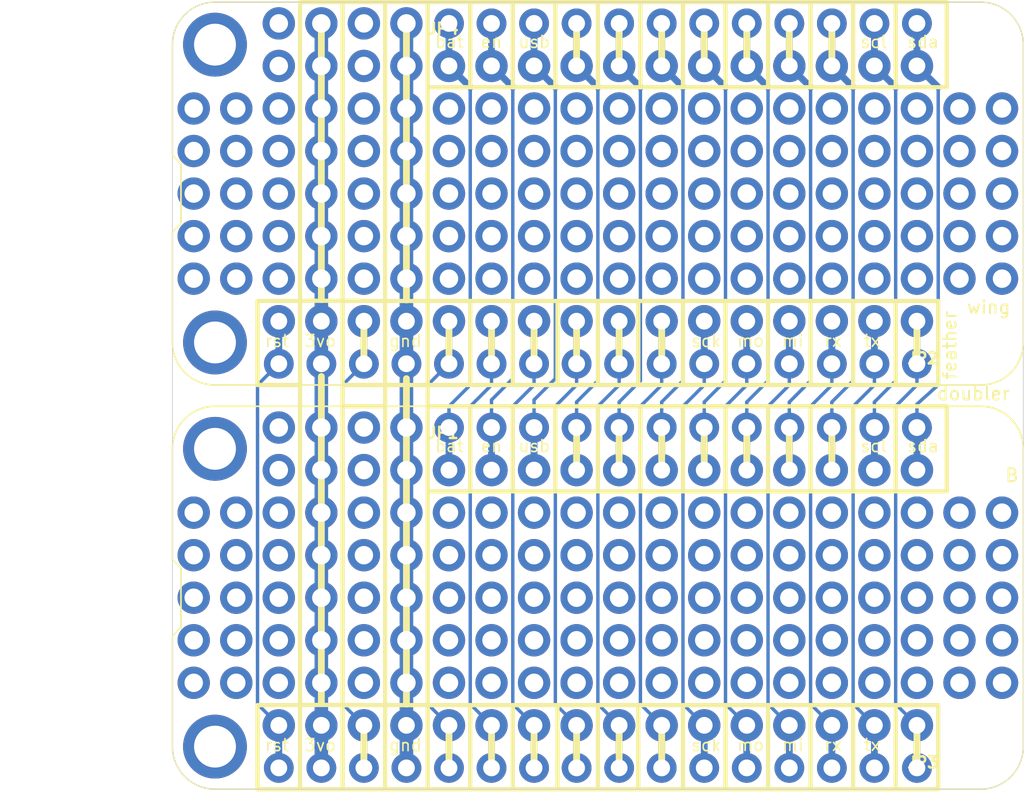
<source format=kicad_pcb>
(kicad_pcb (version 20221018) (generator pcbnew)
  (layers (0 "F.Cu" signal) (31 "B.Cu" signal) (34 "B.Paste" user) (35 "F.Paste" user) (36 "B.SilkS" user "B.Silkscreen") (37 "F.SilkS" user "F.Silkscreen") (38 "B.Mask" user) (39 "F.Mask" user) (44 "Edge.Cuts" user))
  (net 0 "")
  (net 1 "N$2")
  (net 2 "N$4")
  (net 3 "N$6")
  (net 4 "N$7")
  (net 5 "N$8")
  (net 6 "N$9")
  (net 7 "N$10")
  (net 8 "N$11")
  (net 9 "N$12")
  (net 10 "N$13")
  (net 11 "N$14")
  (net 12 "N$15")
  (net 13 "GND")
  (net 14 "N$17")
  (net 15 "3V")
  (net 16 "N$18")
  (net 17 "VBAT")
  (net 18 "N$1")
  (net 19 "USB")
  (net 20 "N$3")
  (net 21 "N$5")
  (net 22 "N$19")
  (net 23 "N$20")
  (net 24 "N$21")
  (net 25 "N$22")
  (net 26 "N$23")
  (net 27 "N$24")
  (net 28 "N$25")
  (net 29 "N$26")
  (net 30 "N$28")
  (net 31 "N$31")
  (net 32 "N$33")
  (net 33 "N$34")
  (net 34 "N$36")
  (net 35 "N$37")
  (net 36 "N$38")
  (net 37 "N$39")
  (net 38 "N$40")
  (net 39 "N$41")
  (net 40 "N$42")
  (net 41 "N$43")
  (net 42 "N$44")
  (net 43 "N$46")
  (net 44 "N$47")
  (net 45 "N$50")
  (net 46 "N$51")
  (net 47 "N$52")
  (net 48 "N$54")
  (net 49 "N$58")
  (net 50 "N$59")
  (net 51 "N$62")
  (net 52 "N$63")
  (net 53 "N$64")
  (net 54 "N$65")
  (net 55 "N$66")
  (net 56 "N$67")
  (net 57 "N$68")
  (net 58 "N$69")
  (net 59 "N$70")
  (net 60 "N$71")
  (net 61 "N$72")
  (net 62 "N$73")
  (net 63 "N$74")
  (net 64 "N$75")
  (net 65 "N$76")
  (net 66 "N$77")
  (net 67 "N$78")
  (net 68 "N$79")
  (net 69 "N$80")
  (net 70 "N$81")
  (net 71 "N$82")
  (net 72 "N$83")
  (net 73 "N$84")
  (net 74 "N$85")
  (net 75 "N$86")
  (net 76 "N$87")
  (net 77 "N$88")
  (net 78 "N$89")
  (net 79 "N$90")
  (net 80 "N$91")
  (net 81 "N$92")
  (net 82 "N$93")
  (net 83 "N$94")
  (net 84 "N$95")
  (net 85 "N$96")
  (net 86 "N$97")
  (net 87 "N$98")
  (net 88 "N$99")
  (net 89 "N$100")
  (net 90 "N$101")
  (net 91 "N$102")
  (net 92 "N$103")
  (net 93 "N$104")
  (net 94 "N$105")
  (net 95 "N$106")
  (net 96 "N$107")
  (net 97 "N$108")
  (net 98 "N$109")
  (net 99 "N$110")
  (net 100 "N$111")
  (net 101 "N$112")
  (net 102 "N$113")
  (net 103 "N$114")
  (net 104 "N$115")
  (net 105 "N$116")
  (net 106 "N$117")
  (net 107 "N$118")
  (net 108 "N$119")
  (net 109 "N$120")
  (net 110 "N$121")
  (net 111 "N$122")
  (net 112 "N$123")
  (net 113 "N$124")
  (net 114 "N$125")
  (net 115 "N$126")
  (net 116 "N$127")
  (net 117 "N$128")
  (net 118 "N$129")
  (net 119 "N$130")
  (net 120 "N$131")
  (net 121 "N$132")
  (net 122 "N$133")
  (net 123 "N$16")
  (net 124 "N$27")
  (net 125 "N$29")
  (net 126 "N$30")
  (net 127 "N$32")
  (net 128 "N$35")
  (net 129 "N$45")
  (net 130 "N$48")
  (net 131 "N$49")
  (net 132 "N$53")
  (net 133 "N$55")
  (net 134 "N$56")
  (net 135 "N$57")
  (net 136 "N$60")
  (net 137 "N$61")
  (net 138 "N$134")
  (net 139 "N$135")
  (net 140 "N$136")
  (net 141 "N$137")
  (net 142 "N$138")
  (net 143 "N$139")
  (net 144 "N$140")
  (net 145 "N$141")
  (net 146 "N$142")
  (net 147 "N$143")
  (net 148 "N$144")
  (net 149 "N$145")
  (net 150 "N$146")
  (net 151 "N$147")
  (net 152 "N$148")
  (net 153 "N$149")
  (net 154 "N$150")
  (net 155 "N$151")
  (net 156 "N$152")
  (net 157 "N$153")
  (net 158 "N$154")
  (net 159 "N$155")
  (net 160 "N$156")
  (net 161 "N$157")
  (net 162 "N$158")
  (net 163 "N$159")
  (net 164 "N$160")
  (net 165 "N$161")
  (net 166 "N$162")
  (net 167 "N$163")
  (net 168 "N$164")
  (net 169 "N$165")
  (net 170 "N$166")
  (net 171 "N$167")
  (net 172 "N$168")
  (net 173 "N$169")
  (net 174 "N$170")
  (net 175 "N$171")
  (net 176 "N$172")
  (net 177 "N$173")
  (net 178 "N$174")
  (net 179 "N$175")
  (net 180 "N$176")
  (net 181 "N$177")
  (net 182 "N$178")
  (net 183 "N$179")
  (net 184 "N$180")
  (net 185 "N$181")
  (net 186 "N$182")
  (net 187 "N$183")
  (net 188 "N$184")
  (net 189 "N$185")
  (net 190 "N$186")
  (net 191 "N$187")
  (net 192 "N$188")
  (net 193 "N$189")
  (net 194 "N$190")
  (net 195 "N$191")
  (net 196 "N$192")
  (net 197 "N$193")
  (net 198 "N$194")
  (net 199 "N$195")
  (net 200 "N$196")
  (net 201 "N$197")
  (net 202 "N$198")
  (net 203 "N$199")
  (net 204 "N$200")
  (net 205 "N$201")
  (net 206 "N$202")
  (net 207 "N$203")
  (net 208 "N$204")
  (net 209 "N$205")
  (net 210 "N$206")
  (net 211 "N$207")
  (net 212 "N$208")
  (net 213 "N$209")
  (net 214 "N$210")
  (net 215 "N$211")
  (net 216 "N$212")
  (footprint "working:1X12_ROUND_76MIL" (layer "F.Cu") (at 153.5811 109.4486)
    (fp_text reference "JP1")
    (fp_text value "")
  )
  (footprint "working:FEATHERWING_DIM" (layer "F.Cu") (at 123.1011 104.3686)
    (fp_text reference "MS2" hide)
    (fp_text value "FEATHERWING_NODIM" hide)
  )
  (footprint "working:FEATHERWING_DIM" (layer "F.Cu") (at 123.1011 128.4986)
    (fp_text reference "MS1" hide)
    (fp_text value "FEATHERWING_NODIM" hide)
  )
  (footprint "working:1X16_ROUND_76MIL" (layer "F.Cu") (at 148.5011 124.6886 180)
    (fp_text reference "JP3")
    (fp_text value "")
  )
  (footprint "working:1X16_ROUND_76MIL" (layer "F.Cu") (at 148.5011 100.5586 180)
    (fp_text reference "JP2")
    (fp_text value "")
  )
  (footprint "working:1X12_ROUND_76MIL" (layer "F.Cu") (at 153.5811 85.3186)
    (fp_text reference "JP4")
    (fp_text value "")
  )
  (gr_line (start 133.2611 123.5456) (end 133.2611 105.6386) (stroke (width 0.254)) (layer "F.SilkS"))
  (gr_line (start 148.5011 99.3521) (end 148.5011 104.3686) (stroke (width 0.254)) (layer "F.SilkS"))
  (gr_line (start 166.2811 105.6386) (end 166.2811 110.7186) (stroke (width 0.254)) (layer "F.SilkS"))
  (gr_line (start 158.6611 86.5886) (end 161.2011 86.5886) (stroke (width 0.254)) (layer "F.SilkS"))
  (gr_line (start 158.6611 99.3521) (end 156.1211 99.3521) (stroke (width 0.254)) (layer "F.SilkS"))
  (gr_line (start 139.6111 126.9746) (end 139.6111 124.9426) (stroke (width 0.4064)) (layer "F.SilkS"))
  (gr_line (start 148.5011 99.3521) (end 146.0881 99.3521) (stroke (width 0.254)) (layer "F.SilkS"))
  (gr_line (start 131.9911 123.3932) (end 131.9911 103.8606) (stroke (width 0.4064)) (layer "F.SilkS"))
  (gr_line (start 140.8811 104.3686) (end 140.8811 99.3521) (stroke (width 0.254)) (layer "F.SilkS"))
  (gr_line (start 138.3411 110.7186) (end 140.8811 110.7186) (stroke (width 0.254)) (layer "F.SilkS"))
  (gr_line (start 128.1811 99.3521) (end 128.1811 104.3686) (stroke (width 0.254)) (layer "F.SilkS"))
  (gr_line (start 138.3411 99.3521) (end 135.8011 99.3521) (stroke (width 0.254)) (layer "F.SilkS"))
  (gr_line (start 158.6611 104.3686) (end 156.1211 104.3686) (stroke (width 0.254)) (layer "F.SilkS"))
  (gr_line (start 152.3111 83.0326) (end 152.3111 85.0646) (stroke (width 0.4064)) (layer "F.SilkS"))
  (gr_line (start 139.6111 102.8446) (end 139.6111 100.8126) (stroke (width 0.4064)) (layer "F.SilkS"))
  (gr_line (start 128.1811 128.4986) (end 168.6941 128.4986) (stroke (width 0.254)) (layer "F.SilkS"))
  (gr_line (start 138.3411 104.3686) (end 135.8011 104.3686) (stroke (width 0.254)) (layer "F.SilkS"))
  (gr_line (start 137.0711 123.4186) (end 137.0711 103.9876) (stroke (width 0.4064)) (layer "F.SilkS"))
  (gr_line (start 135.8011 104.3686) (end 135.8011 105.6386) (stroke (width 0.254)) (layer "F.SilkS"))
  (gr_line (start 156.1211 104.3686) (end 156.1211 99.3521) (stroke (width 0.254)) (layer "F.SilkS"))
  (gr_line (start 157.3911 82.7786) (end 157.3911 85.0646) (stroke (width 0.4064)) (layer "F.SilkS"))
  (gr_line (start 163.7411 86.5886) (end 166.2811 86.5886) (stroke (width 0.254)) (layer "F.SilkS"))
  (gr_line (start 144.6911 102.8446) (end 144.6911 101.0666) (stroke (width 0.4064)) (layer "F.SilkS"))
  (gr_line (start 158.6611 81.5086) (end 158.6611 86.5886) (stroke (width 0.254)) (layer "F.SilkS"))
  (gr_line (start 130.7211 99.3521) (end 130.7211 99.3394) (stroke (width 0.254)) (layer "F.SilkS"))
  (gr_line (start 163.7411 110.7186) (end 166.2811 110.7186) (stroke (width 0.254)) (layer "F.SilkS"))
  (gr_line (start 143.4211 123.6091) (end 143.4211 128.4986) (stroke (width 0.254)) (layer "F.SilkS"))
  (gr_line (start 158.6611 105.6386) (end 158.6611 110.7186) (stroke (width 0.254)) (layer "F.SilkS"))
  (gr_line (start 133.2611 104.3686) (end 133.2611 105.6386) (stroke (width 0.254)) (layer "F.SilkS"))
  (gr_line (start 168.8211 128.3716) (end 168.8211 128.4986) (stroke (width 0.254)) (layer "F.SilkS"))
  (gr_line (start 133.2611 123.5456) (end 133.2611 128.4351) (stroke (width 0.254)) (layer "F.SilkS"))
  (gr_line (start 154.8511 109.1946) (end 154.8511 107.1626) (stroke (width 0.4064)) (layer "F.SilkS"))
  (gr_line (start 163.7411 99.3521) (end 166.2811 99.3521) (stroke (width 0.254)) (layer "F.SilkS"))
  (gr_line (start 153.5811 123.4821) (end 150.9141 123.4821) (stroke (width 0.254)) (layer "F.SilkS"))
  (gr_line (start 158.6611 123.4821) (end 161.2011 123.4821) (stroke (width 0.254)) (layer "F.SilkS"))
  (gr_line (start 168.8211 99.3521) (end 168.8211 104.3686) (stroke (width 0.254)) (layer "F.SilkS"))
  (gr_line (start 169.3291 86.5886) (end 169.3291 81.5086) (stroke (width 0.254)) (layer "F.SilkS"))
  (gr_line (start 146.0881 104.3686) (end 143.4211 104.3686) (stroke (width 0.254)) (layer "F.SilkS"))
  (gr_line (start 140.8811 104.3686) (end 138.3411 104.3686) (stroke (width 0.254)) (layer "F.SilkS"))
  (gr_line (start 161.2011 123.4821) (end 163.7411 123.4821) (stroke (width 0.254)) (layer "F.SilkS"))
  (gr_line (start 163.7411 105.6386) (end 163.7411 110.7186) (stroke (width 0.254)) (layer "F.SilkS"))
  (gr_line (start 150.9141 99.3521) (end 148.5011 99.3521) (stroke (width 0.254)) (layer "F.SilkS"))
  (gr_line (start 158.6611 110.7186) (end 161.2011 110.7186) (stroke (width 0.254)) (layer "F.SilkS"))
  (gr_line (start 138.3411 86.5886) (end 138.3411 81.5086) (stroke (width 0.254)) (layer "F.SilkS"))
  (gr_line (start 161.2011 99.3521) (end 161.2011 104.3686) (stroke (width 0.254)) (layer "F.SilkS"))
  (gr_line (start 149.7711 124.6886) (end 149.7711 126.9746) (stroke (width 0.4064)) (layer "F.SilkS"))
  (gr_line (start 148.5011 123.4821) (end 148.5011 128.4986) (stroke (width 0.254)) (layer "F.SilkS"))
  (gr_line (start 148.5011 123.4821) (end 146.0881 123.4821) (stroke (width 0.254)) (layer "F.SilkS"))
  (gr_line (start 158.6611 99.3521) (end 161.2011 99.3521) (stroke (width 0.254)) (layer "F.SilkS"))
  (gr_line (start 133.2611 105.6386) (end 135.8011 105.6386) (stroke (width 0.254)) (layer "F.SilkS"))
  (gr_line (start 130.7211 99.3521) (end 128.1811 99.3521) (stroke (width 0.254)) (layer "F.SilkS"))
  (gr_line (start 143.4211 105.6386) (end 143.4211 110.7186) (stroke (width 0.254)) (layer "F.SilkS"))
  (gr_line (start 143.4211 86.5886) (end 145.9611 86.5886) (stroke (width 0.254)) (layer "F.SilkS"))
  (gr_line (start 151.0411 81.5086) (end 151.0411 86.5886) (stroke (width 0.254)) (layer "F.SilkS"))
  (gr_line (start 156.1211 99.3521) (end 153.5811 99.3521) (stroke (width 0.254)) (layer "F.SilkS"))
  (gr_line (start 130.7211 123.4694) (end 130.7211 104.3686) (stroke (width 0.254)) (layer "F.SilkS"))
  (gr_line (start 142.1511 100.8126) (end 142.1511 102.8446) (stroke (width 0.4064)) (layer "F.SilkS"))
  (gr_line (start 163.7411 123.4821) (end 166.2811 123.4821) (stroke (width 0.254)) (layer "F.SilkS"))
  (gr_line (start 148.5011 104.3686) (end 146.0881 104.3686) (stroke (width 0.254)) (layer "F.SilkS"))
  (gr_line (start 148.5011 110.7186) (end 148.5011 105.6386) (stroke (width 0.254)) (layer "F.SilkS"))
  (gr_line (start 166.2811 104.3686) (end 158.6611 104.3686) (stroke (width 0.254)) (layer "F.SilkS"))
  (gr_line (start 130.7211 128.4986) (end 130.7211 123.4821) (stroke (width 0.254)) (layer "F.SilkS"))
  (gr_line (start 161.2011 99.3521) (end 163.7411 99.3521) (stroke (width 0.254)) (layer "F.SilkS"))
  (gr_line (start 145.9611 110.7186) (end 148.5011 110.7186) (stroke (width 0.254)) (layer "F.SilkS"))
  (gr_line (start 146.0881 128.4986) (end 146.0881 123.4821) (stroke (width 0.254)) (layer "F.SilkS"))
  (gr_line (start 149.7711 85.1916) (end 149.7711 83.0326) (stroke (width 0.4064)) (layer "F.SilkS"))
  (gr_line (start 130.7211 123.4821) (end 130.7211 123.4694) (stroke (width 0.254)) (layer "F.SilkS"))
  (gr_line (start 146.0881 123.4821) (end 140.8811 123.4821) (stroke (width 0.254)) (layer "F.SilkS"))
  (gr_line (start 157.3911 106.9086) (end 157.3911 109.1946) (stroke (width 0.4064)) (layer "F.SilkS"))
  (gr_line (start 138.3411 105.6386) (end 169.3291 105.6386) (stroke (width 0.254)) (layer "F.SilkS"))
  (gr_line (start 153.5811 110.5916) (end 153.5811 105.6386) (stroke (width 0.254)) (layer "F.SilkS"))
  (gr_line (start 144.6911 126.9746) (end 144.6911 125.1966) (stroke (width 0.4064)) (layer "F.SilkS"))
  (gr_line (start 153.5811 99.3521) (end 150.9141 99.3521) (stroke (width 0.254)) (layer "F.SilkS"))
  (gr_line (start 166.2811 86.5886) (end 169.3291 86.5886) (stroke (width 0.254)) (layer "F.SilkS"))
  (gr_line (start 166.2811 81.5086) (end 166.2811 86.5886) (stroke (width 0.254)) (layer "F.SilkS"))
  (gr_line (start 140.8811 99.3521) (end 138.3411 99.3521) (stroke (width 0.254)) (layer "F.SilkS"))
  (gr_line (start 156.1211 104.3686) (end 153.5811 104.3686) (stroke (width 0.254)) (layer "F.SilkS"))
  (gr_line (start 156.1211 110.7186) (end 158.6611 110.7186) (stroke (width 0.254)) (layer "F.SilkS"))
  (gr_line (start 135.8011 104.3686) (end 135.8011 99.3521) (stroke (width 0.254)) (layer "F.SilkS"))
  (gr_line (start 133.2611 99.4156) (end 133.2611 104.3686) (stroke (width 0.254)) (layer "F.SilkS"))
  (gr_line (start 142.1511 124.9426) (end 142.1511 126.9746) (stroke (width 0.4064)) (layer "F.SilkS"))
  (gr_line (start 153.5811 86.4616) (end 153.5811 81.5086) (stroke (width 0.254)) (layer "F.SilkS"))
  (gr_line (start 140.8811 128.4986) (end 140.8811 123.4821) (stroke (width 0.254)) (layer "F.SilkS"))
  (gr_line (start 153.5811 104.3686) (end 150.9141 104.3686) (stroke (width 0.254)) (layer "F.SilkS"))
  (gr_line (start 158.6611 123.4821) (end 156.1211 123.4821) (stroke (width 0.254)) (layer "F.SilkS"))
  (gr_line (start 162.4711 106.9086) (end 162.4711 109.1946) (stroke (width 0.4064)) (layer "F.SilkS"))
  (gr_line (start 138.3411 86.5886) (end 140.8811 86.5886) (stroke (width 0.254)) (layer "F.SilkS"))
  (gr_line (start 128.1811 104.3686) (end 130.7211 104.3686) (stroke (width 0.254)) (layer "F.SilkS"))
  (gr_line (start 140.8811 105.6386) (end 140.8811 110.7186) (stroke (width 0.254)) (layer "F.SilkS"))
  (gr_line (start 128.1811 123.4821) (end 128.1811 128.4986) (stroke (width 0.254)) (layer "F.SilkS"))
  (gr_line (start 138.3411 123.4821) (end 135.8011 123.4821) (stroke (width 0.254)) (layer "F.SilkS"))
  (gr_line (start 166.2811 99.3521) (end 166.2811 104.3686) (stroke (width 0.254)) (layer "F.SilkS"))
  (gr_line (start 143.4211 110.7186) (end 145.9611 110.7186) (stroke (width 0.254)) (layer "F.SilkS"))
  (gr_line (start 161.2011 81.5086) (end 161.2011 86.5886) (stroke (width 0.254)) (layer "F.SilkS"))
  (gr_line (start 150.9141 99.3521) (end 150.9141 104.3686) (stroke (width 0.254)) (layer "F.SilkS"))
  (gr_line (start 143.4211 99.4791) (end 143.4211 104.3686) (stroke (width 0.254)) (layer "F.SilkS"))
  (gr_line (start 134.5311 100.5586) (end 134.5311 102.8446) (stroke (width 0.4064)) (layer "F.SilkS"))
  (gr_line (start 149.7711 109.3216) (end 149.7711 107.1626) (stroke (width 0.4064)) (layer "F.SilkS"))
  (gr_line (start 138.3411 99.3521) (end 138.3411 86.5886) (stroke (width 0.254)) (layer "F.SilkS"))
  (gr_line (start 149.7711 100.5586) (end 149.7711 102.8446) (stroke (width 0.4064)) (layer "F.SilkS"))
  (gr_line (start 154.8511 85.0646) (end 154.8511 83.0326) (stroke (width 0.4064)) (layer "F.SilkS"))
  (gr_line (start 168.6941 128.4986) (end 168.8211 128.3716) (stroke (width 0.254)) (layer "F.SilkS"))
  (gr_line (start 166.2811 99.3521) (end 168.8211 99.3521) (stroke (width 0.254)) (layer "F.SilkS"))
  (gr_line (start 138.3411 128.4986) (end 138.3411 123.4821) (stroke (width 0.254)) (layer "F.SilkS"))
  (gr_line (start 163.7411 81.5086) (end 163.7411 86.5886) (stroke (width 0.254)) (layer "F.SilkS"))
  (gr_line (start 161.2011 86.5886) (end 163.7411 86.5886) (stroke (width 0.254)) (layer "F.SilkS"))
  (gr_line (start 134.5311 124.6886) (end 134.5311 126.9746) (stroke (width 0.4064)) (layer "F.SilkS"))
  (gr_line (start 135.8011 99.3521) (end 133.3246 99.3521) (stroke (width 0.254)) (layer "F.SilkS"))
  (gr_line (start 151.0411 86.5886) (end 156.1211 86.5886) (stroke (width 0.254)) (layer "F.SilkS"))
  (gr_line (start 140.8811 123.4821) (end 138.3411 123.4821) (stroke (width 0.254)) (layer "F.SilkS"))
  (gr_line (start 145.9611 110.7186) (end 145.9611 105.6386) (stroke (width 0.254)) (layer "F.SilkS"))
  (gr_line (start 150.9141 104.3686) (end 148.5011 104.3686) (stroke (width 0.254)) (layer "F.SilkS"))
  (gr_line (start 166.2811 110.7186) (end 169.3291 110.7186) (stroke (width 0.254)) (layer "F.SilkS"))
  (gr_line (start 158.6611 123.4821) (end 158.6611 128.4986) (stroke (width 0.254)) (layer "F.SilkS"))
  (gr_line (start 161.2011 105.6386) (end 161.2011 110.7186) (stroke (width 0.254)) (layer "F.SilkS"))
  (gr_line (start 151.0411 105.6386) (end 151.0411 110.7186) (stroke (width 0.254)) (layer "F.SilkS"))
  (gr_line (start 130.7211 99.3394) (end 134.3279 99.3394) (stroke (width 0.254)) (layer "F.SilkS"))
  (gr_line (start 147.2311 107.1626) (end 147.2311 109.1946) (stroke (width 0.4064)) (layer "F.SilkS"))
  (gr_line (start 156.1211 81.5086) (end 156.1211 86.5886) (stroke (width 0.254)) (layer "F.SilkS"))
  (gr_line (start 145.9611 86.5886) (end 148.5011 86.5886) (stroke (width 0.254)) (layer "F.SilkS"))
  (gr_line (start 156.1211 105.6386) (end 156.1211 110.7186) (stroke (width 0.254)) (layer "F.SilkS"))
  (gr_line (start 131.9911 99.2632) (end 131.9911 82.7786) (stroke (width 0.4064)) (layer "F.SilkS"))
  (gr_line (start 163.7411 99.3521) (end 163.7411 104.3686) (stroke (width 0.254)) (layer "F.SilkS"))
  (gr_line (start 151.0411 110.7186) (end 156.1211 110.7186) (stroke (width 0.254)) (layer "F.SilkS"))
  (gr_line (start 153.5811 104.3686) (end 153.5811 99.3521) (stroke (width 0.254)) (layer "F.SilkS"))
  (gr_line (start 143.4211 81.5086) (end 143.4211 86.5886) (stroke (width 0.254)) (layer "F.SilkS"))
  (gr_line (start 168.8211 123.4821) (end 168.8211 128.3716) (stroke (width 0.254)) (layer "F.SilkS"))
  (gr_line (start 130.7211 81.5086) (end 169.3291 81.5086) (stroke (width 0.254)) (layer "F.SilkS"))
  (gr_line (start 150.9141 123.4821) (end 148.5011 123.4821) (stroke (width 0.254)) (layer "F.SilkS"))
  (gr_line (start 159.9311 109.4486) (end 159.9311 107.1626) (stroke (width 0.4064)) (layer "F.SilkS"))
  (gr_line (start 156.1211 123.4821) (end 153.5811 123.4821) (stroke (width 0.254)) (layer "F.SilkS"))
  (gr_line (start 153.5811 128.4986) (end 153.5811 123.4821) (stroke (width 0.254)) (layer "F.SilkS"))
  (gr_line (start 130.7211 123.4821) (end 128.1811 123.4821) (stroke (width 0.254)) (layer "F.SilkS"))
  (gr_line (start 146.0881 99.3521) (end 140.8811 99.3521) (stroke (width 0.254)) (layer "F.SilkS"))
  (gr_line (start 135.8011 105.6386) (end 135.8011 123.4821) (stroke (width 0.254)) (layer "F.SilkS"))
  (gr_line (start 158.6611 99.3521) (end 158.6611 104.3686) (stroke (width 0.254)) (layer "F.SilkS"))
  (gr_line (start 137.0711 99.2886) (end 137.0711 82.7786) (stroke (width 0.4064)) (layer "F.SilkS"))
  (gr_line (start 130.7211 123.4694) (end 134.3279 123.4694) (stroke (width 0.254)) (layer "F.SilkS"))
  (gr_line (start 133.2611 104.3686) (end 135.8011 104.3686) (stroke (width 0.254)) (layer "F.SilkS"))
  (gr_line (start 138.3411 110.7186) (end 138.3411 105.6386) (stroke (width 0.254)) (layer "F.SilkS"))
  (gr_line (start 159.9311 85.3186) (end 159.9311 83.0326) (stroke (width 0.4064)) (layer "F.SilkS"))
  (gr_line (start 167.5511 102.8446) (end 167.5511 100.5586) (stroke (width 0.4064)) (layer "F.SilkS"))
  (gr_line (start 167.5511 126.9746) (end 167.5511 124.6886) (stroke (width 0.4064)) (layer "F.SilkS"))
  (gr_line (start 138.3411 104.3686) (end 138.3411 99.3521) (stroke (width 0.254)) (layer "F.SilkS"))
  (gr_line (start 156.1211 86.5886) (end 158.6611 86.5886) (stroke (width 0.254)) (layer "F.SilkS"))
  (gr_line (start 138.3411 123.4821) (end 138.3411 110.7186) (stroke (width 0.254)) (layer "F.SilkS"))
  (gr_line (start 150.9141 123.4821) (end 150.9141 128.4986) (stroke (width 0.254)) (layer "F.SilkS"))
  (gr_line (start 145.9611 86.5886) (end 145.9611 81.5086) (stroke (width 0.254)) (layer "F.SilkS"))
  (gr_line (start 166.2811 123.4821) (end 168.8211 123.4821) (stroke (width 0.254)) (layer "F.SilkS"))
  (gr_line (start 169.3291 110.7186) (end 169.3291 105.6386) (stroke (width 0.254)) (layer "F.SilkS"))
  (gr_line (start 138.3411 105.6386) (end 138.3411 104.3686) (stroke (width 0.254)) (layer "F.SilkS"))
  (gr_line (start 168.8211 104.3686) (end 166.2811 104.3686) (stroke (width 0.254)) (layer "F.SilkS"))
  (gr_line (start 140.8811 81.5086) (end 140.8811 86.5886) (stroke (width 0.254)) (layer "F.SilkS"))
  (gr_line (start 135.8011 81.5721) (end 135.8011 99.3521) (stroke (width 0.254)) (layer "F.SilkS"))
  (gr_line (start 162.4711 82.7786) (end 162.4711 85.0646) (stroke (width 0.4064)) (layer "F.SilkS"))
  (gr_line (start 133.2611 99.2886) (end 133.2611 81.6356) (stroke (width 0.254)) (layer "F.SilkS"))
  (gr_line (start 147.2311 127.2286) (end 147.2311 124.9426) (stroke (width 0.4064)) (layer "F.SilkS"))
  (gr_line (start 140.8811 110.7186) (end 143.4211 110.7186) (stroke (width 0.254)) (layer "F.SilkS"))
  (gr_line (start 152.3111 100.5586) (end 152.3111 102.8446) (stroke (width 0.4064)) (layer "F.SilkS"))
  (gr_line (start 147.2311 83.0326) (end 147.2311 85.0646) (stroke (width 0.4064)) (layer "F.SilkS"))
  (gr_line (start 148.5011 86.5886) (end 148.5011 81.5086) (stroke (width 0.254)) (layer "F.SilkS"))
  (gr_line (start 161.2011 110.7186) (end 163.7411 110.7186) (stroke (width 0.254)) (layer "F.SilkS"))
  (gr_line (start 140.8811 86.5886) (end 143.4211 86.5886) (stroke (width 0.254)) (layer "F.SilkS"))
  (gr_line (start 152.3111 124.6886) (end 152.3111 126.9746) (stroke (width 0.4064)) (layer "F.SilkS"))
  (gr_line (start 147.2311 103.0986) (end 147.2311 100.8126) (stroke (width 0.4064)) (layer "F.SilkS"))
  (gr_line (start 166.2811 123.4821) (end 166.2811 128.4986) (stroke (width 0.254)) (layer "F.SilkS"))
  (gr_line (start 161.2011 123.4821) (end 161.2011 128.4986) (stroke (width 0.254)) (layer "F.SilkS"))
  (gr_line (start 148.5011 86.5886) (end 151.0411 86.5886) (stroke (width 0.254)) (layer "F.SilkS"))
  (gr_line (start 152.3111 107.1626) (end 152.3111 109.1946) (stroke (width 0.4064)) (layer "F.SilkS"))
  (gr_line (start 135.8011 128.4986) (end 135.8011 123.4821) (stroke (width 0.254)) (layer "F.SilkS"))
  (gr_line (start 148.5011 110.7186) (end 151.0411 110.7186) (stroke (width 0.254)) (layer "F.SilkS"))
  (gr_line (start 135.8011 123.4821) (end 133.3246 123.4821) (stroke (width 0.254)) (layer "F.SilkS"))
  (gr_line (start 130.7211 99.3394) (end 130.7211 81.6356) (stroke (width 0.254)) (layer "F.SilkS"))
  (gr_line (start 130.7211 104.3686) (end 130.7211 99.3521) (stroke (width 0.254)) (layer "F.SilkS"))
  (gr_line (start 133.3246 99.3521) (end 133.2611 99.4156) (stroke (width 0.254)) (layer "F.SilkS"))
  (gr_line (start 133.3246 123.4821) (end 133.2611 123.5456) (stroke (width 0.254)) (layer "F.SilkS"))
  (gr_line (start 156.1211 128.4986) (end 156.1211 123.4821) (stroke (width 0.254)) (layer "F.SilkS"))
  (gr_line (start 143.4211 104.3686) (end 140.8811 104.3686) (stroke (width 0.254)) (layer "F.SilkS"))
  (gr_line (start 146.0881 104.3686) (end 146.0881 99.3521) (stroke (width 0.254)) (layer "F.SilkS"))
  (gr_line (start 163.7411 123.4821) (end 163.7411 128.4986) (stroke (width 0.254)) (layer "F.SilkS"))
  (gr_line (start 123.1011 125.9586) (end 123.1011 84.0486) (stroke (width 0.05)) (layer "Edge.Cuts"))
  (gr_line (start 173.9011 84.0486) (end 173.9011 125.9586) (stroke (width 0.05)) (layer "Edge.Cuts"))
  (gr_arc (start 123.1011 84.0486) (mid 123.845049 82.252549) (end 125.6411 81.5086) (stroke (width 0.05)) (layer "Edge.Cuts"))
  (gr_arc (start 171.3611 81.5086) (mid 173.157151 82.252549) (end 173.9011 84.0486) (stroke (width 0.05)) (layer "Edge.Cuts"))
  (gr_line (start 171.3611 128.4986) (end 125.6411 128.4986) (stroke (width 0.05)) (layer "Edge.Cuts"))
  (gr_arc (start 125.6411 128.4986) (mid 123.845049 127.754651) (end 123.1011 125.9586) (stroke (width 0.05)) (layer "Edge.Cuts"))
  (gr_line (start 125.6411 81.5086) (end 171.3611 81.5086) (stroke (width 0.05)) (layer "Edge.Cuts"))
  (gr_arc (start 173.9011 125.9586) (mid 173.157151 127.754651) (end 171.3611 128.4986) (stroke (width 0.05)) (layer "Edge.Cuts"))
  (gr_text "bat" (at 138.7221 84.3026) (layer "F.SilkS") (effects (font (size 0.715264 0.715264) (thickness 0.097536)) (justify left bottom)))
  (gr_text "scl" (at 164.1221 108.4326) (layer "F.SilkS") (effects (font (size 0.715264 0.715264) (thickness 0.097536)) (justify left bottom)))
  (gr_text "feather" (at 169.9641 104.1146 90) (layer "F.SilkS") (effects (font (size 0.77343 0.77343) (thickness 0.11557)) (justify left bottom)))
  (gr_text "sck" (at 154.0129 102.1588) (layer "F.SilkS") (effects (font (size 0.715264 0.715264) (thickness 0.097536)) (justify left bottom)))
  (gr_text "3vo" (at 130.9243 102.1588) (layer "F.SilkS") (effects (font (size 0.715264 0.715264) (thickness 0.097536)) (justify left bottom)))
  (gr_text "usb" (at 143.7005 108.4326) (layer "F.SilkS") (effects (font (size 0.715264 0.715264) (thickness 0.097536)) (justify left bottom)))
  (gr_text "mi" (at 159.4231 126.2761) (layer "F.SilkS") (effects (font (size 0.715264 0.715264) (thickness 0.097536)) (justify left bottom)))
  (gr_text "mo" (at 156.7561 102.1461) (layer "F.SilkS") (effects (font (size 0.715264 0.715264) (thickness 0.097536)) (justify left bottom)))
  (gr_text "3vo" (at 130.9243 126.2888) (layer "F.SilkS") (effects (font (size 0.715264 0.715264) (thickness 0.097536)) (justify left bottom)))
  (gr_text "rx" (at 161.9631 126.2761) (layer "F.SilkS") (effects (font (size 0.715264 0.715264) (thickness 0.097536)) (justify left bottom)))
  (gr_text "B" (at 172.7581 110.2106) (layer "F.SilkS") (effects (font (size 0.77343 0.77343) (thickness 0.11557)) (justify left bottom)))
  (gr_text "tx" (at 164.3126 102.1461) (layer "F.SilkS") (effects (font (size 0.715264 0.715264) (thickness 0.097536)) (justify left bottom)))
  (gr_text "gnd" (at 135.9789 126.2888) (layer "F.SilkS") (effects (font (size 0.715264 0.715264) (thickness 0.097536)) (justify left bottom)))
  (gr_text "bat" (at 138.7221 108.4326) (layer "F.SilkS") (effects (font (size 0.715264 0.715264) (thickness 0.097536)) (justify left bottom)))
  (gr_text "rst" (at 128.5621 126.2888) (layer "F.SilkS") (effects (font (size 0.715264 0.715264) (thickness 0.097536)) (justify left bottom)))
  (gr_text "sck" (at 154.0129 126.2888) (layer "F.SilkS") (effects (font (size 0.715264 0.715264) (thickness 0.097536)) (justify left bottom)))
  (gr_text "tx" (at 164.3126 126.2761) (layer "F.SilkS") (effects (font (size 0.715264 0.715264) (thickness 0.097536)) (justify left bottom)))
  (gr_text "sda" (at 166.9161 108.4326) (layer "F.SilkS") (effects (font (size 0.715264 0.715264) (thickness 0.097536)) (justify left bottom)))
  (gr_text "wing" (at 170.4721 100.1776) (layer "F.SilkS") (effects (font (size 0.77343 0.77343) (thickness 0.11557)) (justify left bottom)))
  (gr_text "usb" (at 143.7005 84.3026) (layer "F.SilkS") (effects (font (size 0.715264 0.715264) (thickness 0.097536)) (justify left bottom)))
  (gr_text "mi" (at 159.4231 102.1461) (layer "F.SilkS") (effects (font (size 0.715264 0.715264) (thickness 0.097536)) (justify left bottom)))
  (gr_text "rx" (at 161.9631 102.1461) (layer "F.SilkS") (effects (font (size 0.715264 0.715264) (thickness 0.097536)) (justify left bottom)))
  (gr_text "en" (at 141.4526 84.3026) (layer "F.SilkS") (effects (font (size 0.715264 0.715264) (thickness 0.097536)) (justify left bottom)))
  (gr_text "sda" (at 166.9161 84.3026) (layer "F.SilkS") (effects (font (size 0.715264 0.715264) (thickness 0.097536)) (justify left bottom)))
  (gr_text "scl" (at 164.1221 84.3026) (layer "F.SilkS") (effects (font (size 0.715264 0.715264) (thickness 0.097536)) (justify left bottom)))
  (gr_text "doubler" (at 168.6687 105.3338) (layer "F.SilkS") (effects (font (size 0.77343 0.77343) (thickness 0.11557)) (justify left bottom)))
  (gr_text "gnd" (at 135.9789 102.1588) (layer "F.SilkS") (effects (font (size 0.715264 0.715264) (thickness 0.097536)) (justify left bottom)))
  (gr_text "en" (at 141.4526 108.4326) (layer "F.SilkS") (effects (font (size 0.715264 0.715264) (thickness 0.097536)) (justify left bottom)))
  (gr_text "rst" (at 128.5621 102.1588) (layer "F.SilkS") (effects (font (size 0.715264 0.715264) (thickness 0.097536)) (justify left bottom)))
  (gr_text "mo" (at 156.7561 126.2761) (layer "F.SilkS") (effects (font (size 0.715264 0.715264) (thickness 0.097536)) (justify left bottom)))
  (segment (start 166.2811 105.6386) (end 167.5511 104.3686) (width 0.2032) (layer "B.Cu") (net 1))
  (segment (start 167.5511 104.3686) (end 167.5511 103.0986) (width 0.2032) (layer "B.Cu") (net 1))
  (segment (start 166.2811 123.4186) (end 166.2811 105.6386) (width 0.2032) (layer "B.Cu") (net 1))
  (segment (start 167.5511 124.6886) (end 166.2811 123.4186) (width 0.2032) (layer "B.Cu") (net 1))
  (segment (start 167.5511 100.5586) (end 167.5511 103.0986) (width 0.4064) (layer "B.Cu") (net 1))
  (segment (start 167.5511 124.6886) (end 167.5511 127.2286) (width 0.4064) (layer "B.Cu") (net 1))
  (segment (start 163.7411 105.6386) (end 165.0111 104.3686) (width 0.2032) (layer "B.Cu") (net 2))
  (segment (start 163.7411 123.4186) (end 163.7411 105.6386) (width 0.2032) (layer "B.Cu") (net 2))
  (segment (start 165.0111 100.5586) (end 165.0111 103.0986) (width 0.4064) (layer "B.Cu") (net 2))
  (segment (start 165.0111 127.2286) (end 165.0111 124.6886) (width 0.4064) (layer "B.Cu") (net 2))
  (segment (start 165.0111 104.3686) (end 165.0111 103.0986) (width 0.2032) (layer "B.Cu") (net 2))
  (segment (start 165.0111 124.6886) (end 163.7411 123.4186) (width 0.2032) (layer "B.Cu") (net 2))
  (segment (start 161.2011 105.6386) (end 162.4711 104.3686) (width 0.2032) (layer "B.Cu") (net 3))
  (segment (start 162.4711 124.6886) (end 162.4711 127.2286) (width 0.4064) (layer "B.Cu") (net 3))
  (segment (start 162.4711 100.5586) (end 162.4711 103.0986) (width 0.4064) (layer "B.Cu") (net 3))
  (segment (start 162.4711 124.6886) (end 161.2011 123.4186) (width 0.2032) (layer "B.Cu") (net 3))
  (segment (start 162.4711 104.3686) (end 162.4711 103.0986) (width 0.2032) (layer "B.Cu") (net 3))
  (segment (start 161.2011 123.4186) (end 161.2011 105.6386) (width 0.2032) (layer "B.Cu") (net 3))
  (segment (start 158.6611 105.6386) (end 159.9311 104.3686) (width 0.2032) (layer "B.Cu") (net 4))
  (segment (start 159.9311 104.3686) (end 159.9311 103.0986) (width 0.2032) (layer "B.Cu") (net 4))
  (segment (start 159.9311 124.6886) (end 158.6611 123.4186) (width 0.2032) (layer "B.Cu") (net 4))
  (segment (start 158.6611 123.4186) (end 158.6611 105.6386) (width 0.2032) (layer "B.Cu") (net 4))
  (segment (start 159.9311 124.6886) (end 159.9311 127.2286) (width 0.4064) (layer "B.Cu") (net 4))
  (segment (start 159.9311 100.5586) (end 159.9311 103.0986) (width 0.4064) (layer "B.Cu") (net 4))
  (segment (start 157.3911 100.5586) (end 157.3911 103.0986) (width 0.4064) (layer "B.Cu") (net 5))
  (segment (start 157.3911 124.6886) (end 156.1211 123.4186) (width 0.2032) (layer "B.Cu") (net 5))
  (segment (start 157.3911 104.3686) (end 157.3911 103.0986) (width 0.2032) (layer "B.Cu") (net 5))
  (segment (start 156.1211 123.4186) (end 156.1211 105.6386) (width 0.2032) (layer "B.Cu") (net 5))
  (segment (start 156.1211 105.6386) (end 157.3911 104.3686) (width 0.2032) (layer "B.Cu") (net 5))
  (segment (start 157.3911 127.2286) (end 157.3911 124.6886) (width 0.4064) (layer "B.Cu") (net 5))
  (segment (start 153.5811 123.4186) (end 153.5811 105.6386) (width 0.2032) (layer "B.Cu") (net 6))
  (segment (start 154.8511 100.5586) (end 154.8511 103.0986) (width 0.4064) (layer "B.Cu") (net 6))
  (segment (start 154.8511 104.3686) (end 154.8511 103.0986) (width 0.2032) (layer "B.Cu") (net 6))
  (segment (start 153.5811 105.6386) (end 154.8511 104.3686) (width 0.2032) (layer "B.Cu") (net 6))
  (segment (start 154.8511 124.6886) (end 153.5811 123.4186) (width 0.2032) (layer "B.Cu") (net 6))
  (segment (start 154.8511 124.6886) (end 154.8511 127.2286) (width 0.4064) (layer "B.Cu") (net 6))
  (segment (start 151.0411 105.6386) (end 152.3111 104.3686) (width 0.2032) (layer "B.Cu") (net 7))
  (segment (start 152.3111 127.2286) (end 152.3111 124.6886) (width 0.4064) (layer "B.Cu") (net 7))
  (segment (start 151.0411 123.4186) (end 151.0411 105.6386) (width 0.2032) (layer "B.Cu") (net 7))
  (segment (start 152.3111 100.5586) (end 152.3111 103.0986) (width 0.4064) (layer "B.Cu") (net 7))
  (segment (start 152.3111 124.6886) (end 151.0411 123.4186) (width 0.2032) (layer "B.Cu") (net 7))
  (segment (start 152.3111 104.3686) (end 152.3111 103.0986) (width 0.2032) (layer "B.Cu") (net 7))
  (segment (start 149.7711 104.3686) (end 149.7711 103.0986) (width 0.2032) (layer "B.Cu") (net 8))
  (segment (start 148.5011 123.4186) (end 148.5011 105.6386) (width 0.2032) (layer "B.Cu") (net 8))
  (segment (start 149.7711 100.5586) (end 149.7711 103.0986) (width 0.4064) (layer "B.Cu") (net 8))
  (segment (start 149.7711 124.6886) (end 149.7711 127.2286) (width 0.4064) (layer "B.Cu") (net 8))
  (segment (start 149.7711 124.6886) (end 148.5011 123.4186) (width 0.2032) (layer "B.Cu") (net 8))
  (segment (start 148.5011 105.6386) (end 149.7711 104.3686) (width 0.2032) (layer "B.Cu") (net 8))
  (segment (start 147.2311 100.5586) (end 147.2311 103.0986) (width 0.4064) (layer "B.Cu") (net 9))
  (segment (start 147.2311 127.2286) (end 147.2311 124.6886) (width 0.4064) (layer "B.Cu") (net 9))
  (segment (start 145.9611 105.6386) (end 147.2311 104.3686) (width 0.2032) (layer "B.Cu") (net 9))
  (segment (start 147.2311 104.3686) (end 147.2311 103.0986) (width 0.2032) (layer "B.Cu") (net 9))
  (segment (start 145.9611 123.4186) (end 145.9611 105.6386) (width 0.2032) (layer "B.Cu") (net 9))
  (segment (start 147.2311 124.6886) (end 145.9611 123.4186) (width 0.2032) (layer "B.Cu") (net 9))
  (segment (start 144.6911 104.3686) (end 144.6911 103.0986) (width 0.2032) (layer "B.Cu") (net 10))
  (segment (start 144.6911 100.5586) (end 144.6911 103.0986) (width 0.4064) (layer "B.Cu") (net 10))
  (segment (start 144.6911 124.6886) (end 143.4211 123.4186) (width 0.2032) (layer "B.Cu") (net 10))
  (segment (start 143.4211 105.6386) (end 144.6911 104.3686) (width 0.2032) (layer "B.Cu") (net 10))
  (segment (start 144.6911 124.6886) (end 144.6911 127.2286) (width 0.4064) (layer "B.Cu") (net 10))
  (segment (start 143.4211 123.4186) (end 143.4211 105.6386) (width 0.2032) (layer "B.Cu") (net 10))
  (segment (start 142.1511 104.3686) (end 142.1511 103.0986) (width 0.2032) (layer "B.Cu") (net 11))
  (segment (start 142.1511 100.5586) (end 142.1511 103.0986) (width 0.4064) (layer "B.Cu") (net 11))
  (segment (start 140.8811 123.4186) (end 140.8811 105.6386) (width 0.2032) (layer "B.Cu") (net 11))
  (segment (start 142.1511 127.2286) (end 142.1511 124.6886) (width 0.4064) (layer "B.Cu") (net 11))
  (segment (start 140.8811 105.6386) (end 142.1511 104.3686) (width 0.2032) (layer "B.Cu") (net 11))
  (segment (start 142.1511 124.6886) (end 140.8811 123.4186) (width 0.2032) (layer "B.Cu") (net 11))
  (segment (start 139.6111 124.6886) (end 138.3411 123.4186) (width 0.2032) (layer "B.Cu") (net 12))
  (segment (start 139.6111 124.6886) (end 139.6111 127.2286) (width 0.4064) (layer "B.Cu") (net 12))
  (segment (start 138.3411 123.4186) (end 138.3411 104.3686) (width 0.2032) (layer "B.Cu") (net 12))
  (segment (start 139.6111 100.5586) (end 139.6111 103.0986) (width 0.4064) (layer "B.Cu") (net 12))
  (segment (start 138.3411 104.3686) (end 139.6111 103.0986) (width 0.2032) (layer "B.Cu") (net 12))
  (via (at 137.0711 111.9886) (size 1.9304) (drill 1.1) (layers "F.Cu" "B.Cu") (net 13))
  (via (at 137.0711 90.3986) (size 1.9304) (drill 1.1) (layers "F.Cu" "B.Cu") (net 13))
  (via (at 137.0711 87.8586) (size 1.9304) (drill 1.1) (layers "F.Cu" "B.Cu") (net 13))
  (via (at 137.0711 98.0186) (size 1.9304) (drill 1.1) (layers "F.Cu" "B.Cu") (net 13))
  (via (at 137.0711 109.4486) (size 1.9304) (drill 1.1) (layers "F.Cu" "B.Cu") (net 13))
  (via (at 137.0711 95.4786) (size 1.9304) (drill 1.1) (layers "F.Cu" "B.Cu") (net 13))
  (via (at 137.0711 85.3186) (size 1.9304) (drill 1.1) (layers "F.Cu" "B.Cu") (net 13))
  (via (at 137.0711 122.1486) (size 1.9304) (drill 1.1) (layers "F.Cu" "B.Cu") (net 13))
  (via (at 137.0711 119.6086) (size 1.9304) (drill 1.1) (layers "F.Cu" "B.Cu") (net 13))
  (via (at 137.0711 117.0686) (size 1.9304) (drill 1.1) (layers "F.Cu" "B.Cu") (net 13))
  (via (at 137.0711 82.7786) (size 1.9304) (drill 1.1) (layers "F.Cu" "B.Cu") (net 13))
  (via (at 137.0711 92.9386) (size 1.9304) (drill 1.1) (layers "F.Cu" "B.Cu") (net 13))
  (via (at 137.0711 106.9086) (size 1.9304) (drill 1.1) (layers "F.Cu" "B.Cu") (net 13))
  (via (at 137.0711 114.5286) (size 1.9304) (drill 1.1) (layers "F.Cu" "B.Cu") (net 13))
  (segment (start 137.0711 111.9886) (end 137.0711 109.4486) (width 0.8128) (layer "B.Cu") (net 13))
  (segment (start 137.0711 103.0986) (end 137.0711 100.5586) (width 0.8128) (layer "B.Cu") (net 13))
  (segment (start 137.0711 95.4786) (end 137.0711 92.9386) (width 0.8128) (layer "B.Cu") (net 13))
  (segment (start 137.0711 90.3986) (end 137.0711 87.8586) (width 0.8128) (layer "B.Cu") (net 13))
  (segment (start 137.0711 117.0686) (end 137.0711 114.5286) (width 0.8128) (layer "B.Cu") (net 13))
  (segment (start 137.0711 98.0186) (end 137.0711 95.4786) (width 0.8128) (layer "B.Cu") (net 13))
  (segment (start 137.0711 85.3186) (end 137.0711 82.7786) (width 0.8128) (layer "B.Cu") (net 13))
  (segment (start 137.0711 119.6086) (end 137.0711 117.0686) (width 0.8128) (layer "B.Cu") (net 13))
  (segment (start 137.0711 87.8586) (end 137.0711 85.3186) (width 0.8128) (layer "B.Cu") (net 13))
  (segment (start 137.0711 100.5586) (end 137.0711 98.0186) (width 0.8128) (layer "B.Cu") (net 13))
  (segment (start 137.0711 92.9386) (end 137.0711 90.3986) (width 0.8128) (layer "B.Cu") (net 13))
  (segment (start 137.0711 122.1486) (end 137.0711 119.6086) (width 0.8128) (layer "B.Cu") (net 13))
  (segment (start 137.0711 106.9086) (end 137.0711 103.0986) (width 0.8128) (layer "B.Cu") (net 13))
  (segment (start 137.0711 124.6886) (end 137.0711 122.1486) (width 0.8128) (layer "B.Cu") (net 13))
  (segment (start 137.0711 109.4486) (end 137.0711 106.9086) (width 0.8128) (layer "B.Cu") (net 13))
  (segment (start 137.0711 127.2286) (end 137.0711 124.6886) (width 0.8128) (layer "B.Cu") (net 13))
  (segment (start 137.0711 114.5286) (end 137.0711 111.9886) (width 0.8128) (layer "B.Cu") (net 13))
  (segment (start 134.5311 124.6886) (end 133.2611 123.4186) (width 0.2032) (layer "B.Cu") (net 14))
  (segment (start 133.2611 123.4186) (end 133.2611 104.3686) (width 0.2032) (layer "B.Cu") (net 14))
  (segment (start 133.2611 104.3686) (end 134.5311 103.0986) (width 0.2032) (layer "B.Cu") (net 14))
  (segment (start 134.5311 124.6886) (end 134.5311 127.2286) (width 0.4064) (layer "B.Cu") (net 14))
  (segment (start 134.5311 100.5586) (end 134.5311 103.0986) (width 0.4064) (layer "B.Cu") (net 14))
  (via (at 131.9911 114.5286) (size 1.9304) (drill 1.1) (layers "F.Cu" "B.Cu") (net 15))
  (via (at 131.9911 87.8586) (size 1.9304) (drill 1.1) (layers "F.Cu" "B.Cu") (net 15))
  (via (at 131.9911 90.3986) (size 1.9304) (drill 1.1) (layers "F.Cu" "B.Cu") (net 15))
  (via (at 131.9911 122.1486) (size 1.9304) (drill 1.1) (layers "F.Cu" "B.Cu") (net 15))
  (via (at 131.9911 98.0186) (size 1.9304) (drill 1.1) (layers "F.Cu" "B.Cu") (net 15))
  (via (at 131.9911 109.4486) (size 1.9304) (drill 1.1) (layers "F.Cu" "B.Cu") (net 15))
  (via (at 131.9911 119.6086) (size 1.9304) (drill 1.1) (layers "F.Cu" "B.Cu") (net 15))
  (via (at 131.9911 106.9086) (size 1.9304) (drill 1.1) (layers "F.Cu" "B.Cu") (net 15))
  (via (at 131.9911 92.9386) (size 1.9304) (drill 1.1) (layers "F.Cu" "B.Cu") (net 15))
  (via (at 131.9911 95.4786) (size 1.9304) (drill 1.1) (layers "F.Cu" "B.Cu") (net 15))
  (via (at 131.9911 111.9886) (size 1.9304) (drill 1.1) (layers "F.Cu" "B.Cu") (net 15))
  (via (at 131.9911 85.3186) (size 1.9304) (drill 1.1) (layers "F.Cu" "B.Cu") (net 15))
  (via (at 131.9911 82.7786) (size 1.9304) (drill 1.1) (layers "F.Cu" "B.Cu") (net 15))
  (via (at 131.9911 117.0686) (size 1.9304) (drill 1.1) (layers "F.Cu" "B.Cu") (net 15))
  (segment (start 131.9911 124.6886) (end 131.9911 122.1486) (width 0.8128) (layer "B.Cu") (net 15))
  (segment (start 131.9911 109.4486) (end 131.9911 106.9086) (width 0.8128) (layer "B.Cu") (net 15))
  (segment (start 131.9911 92.9386) (end 131.9911 90.3986) (width 0.8128) (layer "B.Cu") (net 15))
  (segment (start 131.9911 122.1486) (end 131.9911 119.6086) (width 0.8128) (layer "B.Cu") (net 15))
  (segment (start 131.9911 98.0186) (end 131.9911 95.4786) (width 0.8128) (layer "B.Cu") (net 15))
  (segment (start 131.9911 124.6886) (end 131.9911 127.2286) (width 0.8128) (layer "B.Cu") (net 15))
  (segment (start 131.9911 100.5586) (end 131.9911 98.0186) (width 0.8128) (layer "B.Cu") (net 15))
  (segment (start 131.9911 119.6086) (end 131.9911 117.0686) (width 0.8128) (layer "B.Cu") (net 15))
  (segment (start 131.9911 117.0686) (end 131.9911 114.5286) (width 0.8128) (layer "B.Cu") (net 15))
  (segment (start 131.9911 106.9086) (end 131.9911 103.0986) (width 0.8128) (layer "B.Cu") (net 15))
  (segment (start 131.9911 95.4786) (end 131.9911 92.9386) (width 0.8128) (layer "B.Cu") (net 15))
  (segment (start 131.9911 87.8586) (end 131.9911 85.3186) (width 0.8128) (layer "B.Cu") (net 15))
  (segment (start 131.9911 85.3186) (end 131.9911 82.7786) (width 0.8128) (layer "B.Cu") (net 15))
  (segment (start 131.9911 111.9886) (end 131.9911 109.4486) (width 0.8128) (layer "B.Cu") (net 15))
  (segment (start 131.9911 100.5586) (end 131.9911 103.0986) (width 0.8128) (layer "B.Cu") (net 15))
  (segment (start 131.9911 90.3986) (end 131.9911 87.8586) (width 0.8128) (layer "B.Cu") (net 15))
  (segment (start 131.9911 114.5286) (end 131.9911 111.9886) (width 0.8128) (layer "B.Cu") (net 15))
  (segment (start 128.1811 104.3686) (end 129.4511 103.0986) (width 0.2032) (layer "B.Cu") (net 16))
  (segment (start 129.4511 124.6886) (end 128.1811 123.4186) (width 0.2032) (layer "B.Cu") (net 16))
  (segment (start 129.4511 100.5586) (end 129.4511 103.0986) (width 0.4064) (layer "B.Cu") (net 16))
  (segment (start 128.1811 123.4186) (end 128.1811 104.3686) (width 0.2032) (layer "B.Cu") (net 16))
  (segment (start 129.4511 127.2286) (end 129.4511 124.6886) (width 0.4064) (layer "B.Cu") (net 16))
  (segment (start 139.6111 106.9086) (end 139.6111 109.4486) (width 0.4064) (layer "B.Cu") (net 17))
  (segment (start 139.6111 85.3186) (end 139.6111 82.7786) (width 0.4064) (layer "B.Cu") (net 17))
  (segment (start 140.8811 104.3686) (end 140.8811 86.5886) (width 0.2032) (layer "B.Cu") (net 17))
  (segment (start 139.6111 105.6386) (end 139.6111 106.9086) (width 0.2032) (layer "B.Cu") (net 17))
  (segment (start 140.8811 86.5886) (end 139.6111 85.3186) (width 0.4064) (layer "B.Cu") (net 17))
  (segment (start 140.8811 104.3686) (end 139.6111 105.6386) (width 0.2032) (layer "B.Cu") (net 17))
  (segment (start 143.4211 103.9876) (end 142.1511 105.2576) (width 0.2032) (layer "B.Cu") (net 18))
  (segment (start 142.1511 82.7786) (end 142.1511 85.3186) (width 0.4064) (layer "B.Cu") (net 18))
  (segment (start 143.4211 103.9876) (end 143.4211 86.5886) (width 0.2032) (layer "B.Cu") (net 18))
  (segment (start 143.4211 86.5886) (end 142.1511 85.3186) (width 0.4064) (layer "B.Cu") (net 18))
  (segment (start 142.1511 105.2576) (end 142.1511 106.9086) (width 0.2032) (layer "B.Cu") (net 18))
  (segment (start 142.1511 109.4486) (end 142.1511 106.9086) (width 0.4064) (layer "B.Cu") (net 18))
  (segment (start 144.6911 82.7786) (end 144.6911 85.3186) (width 0.4064) (layer "B.Cu") (net 19))
  (segment (start 144.6911 106.9086) (end 144.6911 109.4486) (width 0.4064) (layer "B.Cu") (net 19))
  (segment (start 144.6911 105.2576) (end 145.9611 103.9876) (width 0.2032) (layer "B.Cu") (net 19))
  (segment (start 145.9611 86.5886) (end 144.6911 85.3186) (width 0.4064) (layer "B.Cu") (net 19))
  (segment (start 145.9611 103.9876) (end 145.9611 86.5886) (width 0.2032) (layer "B.Cu") (net 19))
  (segment (start 144.6911 106.9086) (end 144.6911 105.2576) (width 0.2032) (layer "B.Cu") (net 19))
  (segment (start 147.2311 109.4486) (end 147.2311 106.9086) (width 0.4064) (layer "B.Cu") (net 20))
  (segment (start 147.2311 106.9086) (end 147.2311 105.3846) (width 0.2032) (layer "B.Cu") (net 20))
  (segment (start 148.5011 104.1146) (end 148.5011 86.5886) (width 0.2032) (layer "B.Cu") (net 20))
  (segment (start 147.2311 82.7786) (end 147.2311 85.3186) (width 0.4064) (layer "B.Cu") (net 20))
  (segment (start 148.5011 86.5886) (end 147.2311 85.3186) (width 0.4064) (layer "B.Cu") (net 20))
  (segment (start 147.2311 105.3846) (end 148.5011 104.1146) (width 0.2032) (layer "B.Cu") (net 20))
  (segment (start 149.7711 105.3846) (end 151.0411 104.1146) (width 0.2032) (layer "B.Cu") (net 21))
  (segment (start 149.7711 82.7786) (end 149.7711 85.3186) (width 0.4064) (layer "B.Cu") (net 21))
  (segment (start 149.7711 106.9086) (end 149.7711 105.3846) (width 0.2032) (layer "B.Cu") (net 21))
  (segment (start 151.0411 104.1146) (end 151.0411 86.5886) (width 0.2032) (layer "B.Cu") (net 21))
  (segment (start 149.7711 106.9086) (end 149.7711 109.4486) (width 0.4064) (layer "B.Cu") (net 21))
  (segment (start 151.0411 86.5886) (end 149.7711 85.3186) (width 0.4064) (layer "B.Cu") (net 21))
  (segment (start 152.3111 105.3846) (end 152.3111 106.9086) (width 0.2032) (layer "B.Cu") (net 22))
  (segment (start 153.5811 86.5886) (end 152.3111 85.3186) (width 0.4064) (layer "B.Cu") (net 22))
  (segment (start 153.5811 104.1146) (end 153.5811 86.5886) (width 0.2032) (layer "B.Cu") (net 22))
  (segment (start 153.5811 104.1146) (end 152.3111 105.3846) (width 0.2032) (layer "B.Cu") (net 22))
  (segment (start 152.3111 82.7786) (end 152.3111 85.3186) (width 0.4064) (layer "B.Cu") (net 22))
  (segment (start 152.3111 109.4486) (end 152.3111 106.9086) (width 0.4064) (layer "B.Cu") (net 22))
  (segment (start 154.8511 105.3846) (end 156.1211 104.1146) (width 0.2032) (layer "B.Cu") (net 23))
  (segment (start 154.8511 82.7786) (end 154.8511 85.3186) (width 0.4064) (layer "B.Cu") (net 23))
  (segment (start 156.1211 86.5886) (end 154.8511 85.3186) (width 0.4064) (layer "B.Cu") (net 23))
  (segment (start 154.8511 106.9086) (end 154.8511 109.4486) (width 0.4064) (layer "B.Cu") (net 23))
  (segment (start 156.1211 104.1146) (end 156.1211 86.5886) (width 0.2032) (layer "B.Cu") (net 23))
  (segment (start 154.8511 106.9086) (end 154.8511 105.3846) (width 0.2032) (layer "B.Cu") (net 23))
  (segment (start 157.3911 105.3846) (end 157.3911 106.9086) (width 0.2032) (layer "B.Cu") (net 24))
  (segment (start 157.3911 109.4486) (end 157.3911 106.9086) (width 0.4064) (layer "B.Cu") (net 24))
  (segment (start 158.6611 86.5886) (end 157.3911 85.3186) (width 0.4064) (layer "B.Cu") (net 24))
  (segment (start 157.3911 82.7786) (end 157.3911 85.3186) (width 0.4064) (layer "B.Cu") (net 24))
  (segment (start 158.6611 104.1146) (end 157.3911 105.3846) (width 0.2032) (layer "B.Cu") (net 24))
  (segment (start 158.6611 104.1146) (end 158.6611 86.5886) (width 0.2032) (layer "B.Cu") (net 24))
  (segment (start 161.2011 86.5886) (end 159.9311 85.3186) (width 0.4064) (layer "B.Cu") (net 25))
  (segment (start 161.2011 104.1146) (end 161.2011 86.5886) (width 0.2032) (layer "B.Cu") (net 25))
  (segment (start 159.9311 105.3846) (end 161.2011 104.1146) (width 0.2032) (layer "B.Cu") (net 25))
  (segment (start 159.9311 82.7786) (end 159.9311 85.3186) (width 0.4064) (layer "B.Cu") (net 25))
  (segment (start 159.9311 106.9086) (end 159.9311 109.4486) (width 0.4064) (layer "B.Cu") (net 25))
  (segment (start 159.9311 106.9086) (end 159.9311 105.3846) (width 0.2032) (layer "B.Cu") (net 25))
  (segment (start 162.4711 105.3846) (end 162.4711 106.9086) (width 0.2032) (layer "B.Cu") (net 26))
  (segment (start 163.7411 104.1146) (end 162.4711 105.3846) (width 0.2032) (layer "B.Cu") (net 26))
  (segment (start 162.4711 109.4486) (end 162.4711 107.4166) (width 0.4064) (layer "B.Cu") (net 26))
  (segment (start 163.7411 86.5886) (end 162.4711 85.3186) (width 0.4064) (layer "B.Cu") (net 26))
  (segment (start 163.7411 104.1146) (end 163.7411 86.5886) (width 0.2032) (layer "B.Cu") (net 26))
  (segment (start 162.4711 82.7786) (end 162.4711 85.3186) (width 0.4064) (layer "B.Cu") (net 26))
  (segment (start 162.4711 107.4166) (end 162.4711 106.9086) (width 0.2032) (layer "B.Cu") (net 26))
  (segment (start 165.0111 82.7786) (end 165.0111 85.3186) (width 0.4064) (layer "B.Cu") (net 27))
  (segment (start 166.2811 104.1146) (end 166.2811 86.5886) (width 0.2032) (layer "B.Cu") (net 27))
  (segment (start 166.2811 86.5886) (end 165.0111 85.3186) (width 0.4064) (layer "B.Cu") (net 27))
  (segment (start 165.0111 106.9086) (end 165.0111 109.4486) (width 0.4064) (layer "B.Cu") (net 27))
  (segment (start 166.2811 104.1146) (end 165.0111 105.3846) (width 0.2032) (layer "B.Cu") (net 27))
  (segment (start 165.0111 105.3846) (end 165.0111 106.9086) (width 0.2032) (layer "B.Cu") (net 27))
  (segment (start 167.5511 106.9086) (end 167.5511 109.4486) (width 0.4064) (layer "B.Cu") (net 28))
  (segment (start 168.8211 104.3686) (end 168.8211 86.5886) (width 0.2032) (layer "B.Cu") (net 28))
  (segment (start 167.5511 82.7786) (end 167.5511 85.3186) (width 0.4064) (layer "B.Cu") (net 28))
  (segment (start 168.8211 86.5886) (end 167.5511 85.3186) (width 0.4064) (layer "B.Cu") (net 28))
  (segment (start 167.5511 106.9086) (end 167.5511 105.5116) (width 0.2032) (layer "B.Cu") (net 28))
  (segment (start 167.5511 105.5116) (end 168.8211 104.3686) (width 0.2032) (layer "B.Cu") (net 28))
  (via (at 129.4511 122.1486) (size 1.9304) (drill 1.1) (layers "F.Cu" "B.Cu") (net 29))
  (via (at 134.5311 122.1486) (size 1.9304) (drill 1.1) (layers "F.Cu" "B.Cu") (net 30))
  (via (at 134.5311 119.6086) (size 1.9304) (drill 1.1) (layers "F.Cu" "B.Cu") (net 31))
  (via (at 129.4511 119.6086) (size 1.9304) (drill 1.1) (layers "F.Cu" "B.Cu") (net 32))
  (via (at 129.4511 117.0686) (size 1.9304) (drill 1.1) (layers "F.Cu" "B.Cu") (net 33))
  (via (at 126.9111 122.1486) (size 1.9304) (drill 1.1) (layers "F.Cu" "B.Cu") (net 34))
  (via (at 124.3711 122.1486) (size 1.9304) (drill 1.1) (layers "F.Cu" "B.Cu") (net 35))
  (via (at 124.3711 119.6086) (size 1.9304) (drill 1.1) (layers "F.Cu" "B.Cu") (net 36))
  (via (at 126.9111 119.6086) (size 1.9304) (drill 1.1) (layers "F.Cu" "B.Cu") (net 37))
  (via (at 126.9111 117.0686) (size 1.9304) (drill 1.1) (layers "F.Cu" "B.Cu") (net 38))
  (via (at 124.3711 117.0686) (size 1.9304) (drill 1.1) (layers "F.Cu" "B.Cu") (net 39))
  (via (at 124.3711 114.5286) (size 1.9304) (drill 1.1) (layers "F.Cu" "B.Cu") (net 40))
  (via (at 126.9111 114.5286) (size 1.9304) (drill 1.1) (layers "F.Cu" "B.Cu") (net 41))
  (via (at 129.4511 114.5286) (size 1.9304) (drill 1.1) (layers "F.Cu" "B.Cu") (net 42))
  (via (at 134.5311 114.5286) (size 1.9304) (drill 1.1) (layers "F.Cu" "B.Cu") (net 43))
  (via (at 134.5311 117.0686) (size 1.9304) (drill 1.1) (layers "F.Cu" "B.Cu") (net 44))
  (via (at 124.3711 111.9886) (size 1.9304) (drill 1.1) (layers "F.Cu" "B.Cu") (net 45))
  (via (at 126.9111 111.9886) (size 1.9304) (drill 1.1) (layers "F.Cu" "B.Cu") (net 46))
  (via (at 129.4511 111.9886) (size 1.9304) (drill 1.1) (layers "F.Cu" "B.Cu") (net 47))
  (via (at 134.5311 111.9886) (size 1.9304) (drill 1.1) (layers "F.Cu" "B.Cu") (net 48))
  (via (at 134.5311 106.9086) (size 1.9304) (drill 1.1) (layers "F.Cu" "B.Cu") (net 49))
  (via (at 134.5311 109.4486) (size 1.9304) (drill 1.1) (layers "F.Cu" "B.Cu") (net 50))
  (via (at 129.4511 106.9086) (size 1.9304) (drill 1.1) (layers "F.Cu" "B.Cu") (net 51))
  (via (at 129.4511 109.4486) (size 1.9304) (drill 1.1) (layers "F.Cu" "B.Cu") (net 52))
  (via (at 139.6111 122.1486) (size 1.9304) (drill 1.1) (layers "F.Cu" "B.Cu") (net 53))
  (via (at 139.6111 119.6086) (size 1.9304) (drill 1.1) (layers "F.Cu" "B.Cu") (net 54))
  (via (at 139.6111 117.0686) (size 1.9304) (drill 1.1) (layers "F.Cu" "B.Cu") (net 55))
  (via (at 139.6111 114.5286) (size 1.9304) (drill 1.1) (layers "F.Cu" "B.Cu") (net 56))
  (via (at 139.6111 111.9886) (size 1.9304) (drill 1.1) (layers "F.Cu" "B.Cu") (net 57))
  (via (at 142.1511 111.9886) (size 1.9304) (drill 1.1) (layers "F.Cu" "B.Cu") (net 58))
  (via (at 142.1511 114.5286) (size 1.9304) (drill 1.1) (layers "F.Cu" "B.Cu") (net 59))
  (via (at 142.1511 117.0686) (size 1.9304) (drill 1.1) (layers "F.Cu" "B.Cu") (net 60))
  (via (at 142.1511 119.6086) (size 1.9304) (drill 1.1) (layers "F.Cu" "B.Cu") (net 61))
  (via (at 142.1511 122.1486) (size 1.9304) (drill 1.1) (layers "F.Cu" "B.Cu") (net 62))
  (via (at 144.6911 122.1486) (size 1.9304) (drill 1.1) (layers "F.Cu" "B.Cu") (net 63))
  (via (at 144.6911 119.6086) (size 1.9304) (drill 1.1) (layers "F.Cu" "B.Cu") (net 64))
  (via (at 144.6911 117.0686) (size 1.9304) (drill 1.1) (layers "F.Cu" "B.Cu") (net 65))
  (via (at 144.6911 114.5286) (size 1.9304) (drill 1.1) (layers "F.Cu" "B.Cu") (net 66))
  (via (at 144.6911 111.9886) (size 1.9304) (drill 1.1) (layers "F.Cu" "B.Cu") (net 67))
  (via (at 147.2311 111.9886) (size 1.9304) (drill 1.1) (layers "F.Cu" "B.Cu") (net 68))
  (via (at 147.2311 114.5286) (size 1.9304) (drill 1.1) (layers "F.Cu" "B.Cu") (net 69))
  (via (at 147.2311 117.0686) (size 1.9304) (drill 1.1) (layers "F.Cu" "B.Cu") (net 70))
  (via (at 147.2311 119.6086) (size 1.9304) (drill 1.1) (layers "F.Cu" "B.Cu") (net 71))
  (via (at 147.2311 122.1486) (size 1.9304) (drill 1.1) (layers "F.Cu" "B.Cu") (net 72))
  (via (at 149.7711 122.1486) (size 1.9304) (drill 1.1) (layers "F.Cu" "B.Cu") (net 73))
  (via (at 149.7711 119.6086) (size 1.9304) (drill 1.1) (layers "F.Cu" "B.Cu") (net 74))
  (via (at 149.7711 117.0686) (size 1.9304) (drill 1.1) (layers "F.Cu" "B.Cu") (net 75))
  (via (at 149.7711 114.5286) (size 1.9304) (drill 1.1) (layers "F.Cu" "B.Cu") (net 76))
  (via (at 149.7711 111.9886) (size 1.9304) (drill 1.1) (layers "F.Cu" "B.Cu") (net 77))
  (via (at 152.3111 111.9886) (size 1.9304) (drill 1.1) (layers "F.Cu" "B.Cu") (net 78))
  (via (at 152.3111 114.5286) (size 1.9304) (drill 1.1) (layers "F.Cu" "B.Cu") (net 79))
  (via (at 152.3111 117.0686) (size 1.9304) (drill 1.1) (layers "F.Cu" "B.Cu") (net 80))
  (via (at 152.3111 119.6086) (size 1.9304) (drill 1.1) (layers "F.Cu" "B.Cu") (net 81))
  (via (at 152.3111 122.1486) (size 1.9304) (drill 1.1) (layers "F.Cu" "B.Cu") (net 82))
  (via (at 154.8511 122.1486) (size 1.9304) (drill 1.1) (layers "F.Cu" "B.Cu") (net 83))
  (via (at 157.3911 122.1486) (size 1.9304) (drill 1.1) (layers "F.Cu" "B.Cu") (net 84))
  (via (at 159.9311 122.1486) (size 1.9304) (drill 1.1) (layers "F.Cu" "B.Cu") (net 85))
  (via (at 162.4711 122.1486) (size 1.9304) (drill 1.1) (layers "F.Cu" "B.Cu") (net 86))
  (via (at 165.0111 122.1486) (size 1.9304) (drill 1.1) (layers "F.Cu" "B.Cu") (net 87))
  (via (at 165.0111 119.6086) (size 1.9304) (drill 1.1) (layers "F.Cu" "B.Cu") (net 88))
  (via (at 165.0111 117.0686) (size 1.9304) (drill 1.1) (layers "F.Cu" "B.Cu") (net 89))
  (via (at 165.0111 114.5286) (size 1.9304) (drill 1.1) (layers "F.Cu" "B.Cu") (net 90))
  (via (at 165.0111 111.9886) (size 1.9304) (drill 1.1) (layers "F.Cu" "B.Cu") (net 91))
  (via (at 162.4711 111.9886) (size 1.9304) (drill 1.1) (layers "F.Cu" "B.Cu") (net 92))
  (via (at 162.4711 114.5286) (size 1.9304) (drill 1.1) (layers "F.Cu" "B.Cu") (net 93))
  (via (at 162.4711 117.0686) (size 1.9304) (drill 1.1) (layers "F.Cu" "B.Cu") (net 94))
  (via (at 162.4711 119.6086) (size 1.9304) (drill 1.1) (layers "F.Cu" "B.Cu") (net 95))
  (via (at 159.9311 119.6086) (size 1.9304) (drill 1.1) (layers "F.Cu" "B.Cu") (net 96))
  (via (at 159.9311 117.0686) (size 1.9304) (drill 1.1) (layers "F.Cu" "B.Cu") (net 97))
  (via (at 159.9311 114.5286) (size 1.9304) (drill 1.1) (layers "F.Cu" "B.Cu") (net 98))
  (via (at 159.9311 111.9886) (size 1.9304) (drill 1.1) (layers "F.Cu" "B.Cu") (net 99))
  (via (at 157.3911 111.9886) (size 1.9304) (drill 1.1) (layers "F.Cu" "B.Cu") (net 100))
  (via (at 157.3911 114.5286) (size 1.9304) (drill 1.1) (layers "F.Cu" "B.Cu") (net 101))
  (via (at 157.3911 117.0686) (size 1.9304) (drill 1.1) (layers "F.Cu" "B.Cu") (net 102))
  (via (at 157.3911 119.6086) (size 1.9304) (drill 1.1) (layers "F.Cu" "B.Cu") (net 103))
  (via (at 154.8511 119.6086) (size 1.9304) (drill 1.1) (layers "F.Cu" "B.Cu") (net 104))
  (via (at 154.8511 117.0686) (size 1.9304) (drill 1.1) (layers "F.Cu" "B.Cu") (net 105))
  (via (at 154.8511 114.5286) (size 1.9304) (drill 1.1) (layers "F.Cu" "B.Cu") (net 106))
  (via (at 154.8511 111.9886) (size 1.9304) (drill 1.1) (layers "F.Cu" "B.Cu") (net 107))
  (via (at 167.5511 111.9886) (size 1.9304) (drill 1.1) (layers "F.Cu" "B.Cu") (net 108))
  (via (at 167.5511 114.5286) (size 1.9304) (drill 1.1) (layers "F.Cu" "B.Cu") (net 109))
  (via (at 167.5511 117.0686) (size 1.9304) (drill 1.1) (layers "F.Cu" "B.Cu") (net 110))
  (via (at 167.5511 119.6086) (size 1.9304) (drill 1.1) (layers "F.Cu" "B.Cu") (net 111))
  (via (at 167.5511 122.1486) (size 1.9304) (drill 1.1) (layers "F.Cu" "B.Cu") (net 112))
  (via (at 170.0911 122.1486) (size 1.9304) (drill 1.1) (layers "F.Cu" "B.Cu") (net 113))
  (via (at 172.6311 122.1486) (size 1.9304) (drill 1.1) (layers "F.Cu" "B.Cu") (net 114))
  (via (at 172.6311 119.6086) (size 1.9304) (drill 1.1) (layers "F.Cu" "B.Cu") (net 115))
  (via (at 170.0911 119.6086) (size 1.9304) (drill 1.1) (layers "F.Cu" "B.Cu") (net 116))
  (via (at 170.0911 117.0686) (size 1.9304) (drill 1.1) (layers "F.Cu" "B.Cu") (net 117))
  (via (at 172.6311 117.0686) (size 1.9304) (drill 1.1) (layers "F.Cu" "B.Cu") (net 118))
  (via (at 172.6311 114.5286) (size 1.9304) (drill 1.1) (layers "F.Cu" "B.Cu") (net 119))
  (via (at 170.0911 114.5286) (size 1.9304) (drill 1.1) (layers "F.Cu" "B.Cu") (net 120))
  (via (at 170.0911 111.9886) (size 1.9304) (drill 1.1) (layers "F.Cu" "B.Cu") (net 121))
  (via (at 172.6311 111.9886) (size 1.9304) (drill 1.1) (layers "F.Cu" "B.Cu") (net 122))
  (via (at 167.5511 98.0186) (size 1.9304) (drill 1.1) (layers "F.Cu" "B.Cu") (net 123))
  (via (at 167.5511 95.4786) (size 1.9304) (drill 1.1) (layers "F.Cu" "B.Cu") (net 124))
  (via (at 167.5511 92.9386) (size 1.9304) (drill 1.1) (layers "F.Cu" "B.Cu") (net 125))
  (via (at 167.5511 90.3986) (size 1.9304) (drill 1.1) (layers "F.Cu" "B.Cu") (net 126))
  (via (at 167.5511 87.8586) (size 1.9304) (drill 1.1) (layers "F.Cu" "B.Cu") (net 127))
  (via (at 165.0111 87.8586) (size 1.9304) (drill 1.1) (layers "F.Cu" "B.Cu") (net 128))
  (via (at 165.0111 90.3986) (size 1.9304) (drill 1.1) (layers "F.Cu" "B.Cu") (net 129))
  (via (at 165.0111 92.9386) (size 1.9304) (drill 1.1) (layers "F.Cu" "B.Cu") (net 130))
  (via (at 165.0111 95.4786) (size 1.9304) (drill 1.1) (layers "F.Cu" "B.Cu") (net 131))
  (via (at 165.0111 98.0186) (size 1.9304) (drill 1.1) (layers "F.Cu" "B.Cu") (net 132))
  (via (at 170.0911 98.0186) (size 1.9304) (drill 1.1) (layers "F.Cu" "B.Cu") (net 133))
  (via (at 170.0911 95.4786) (size 1.9304) (drill 1.1) (layers "F.Cu" "B.Cu") (net 134))
  (via (at 170.0911 92.9386) (size 1.9304) (drill 1.1) (layers "F.Cu" "B.Cu") (net 135))
  (via (at 170.0911 90.3986) (size 1.9304) (drill 1.1) (layers "F.Cu" "B.Cu") (net 136))
  (via (at 170.0911 87.8586) (size 1.9304) (drill 1.1) (layers "F.Cu" "B.Cu") (net 137))
  (via (at 172.6311 87.8586) (size 1.9304) (drill 1.1) (layers "F.Cu" "B.Cu") (net 138))
  (via (at 172.6311 90.3986) (size 1.9304) (drill 1.1) (layers "F.Cu" "B.Cu") (net 139))
  (via (at 172.6311 92.9386) (size 1.9304) (drill 1.1) (layers "F.Cu" "B.Cu") (net 140))
  (via (at 172.6311 95.4786) (size 1.9304) (drill 1.1) (layers "F.Cu" "B.Cu") (net 141))
  (via (at 172.6311 98.0186) (size 1.9304) (drill 1.1) (layers "F.Cu" "B.Cu") (net 142))
  (via (at 162.4711 98.0186) (size 1.9304) (drill 1.1) (layers "F.Cu" "B.Cu") (net 143))
  (via (at 162.4711 95.4786) (size 1.9304) (drill 1.1) (layers "F.Cu" "B.Cu") (net 144))
  (via (at 162.4711 92.9386) (size 1.9304) (drill 1.1) (layers "F.Cu" "B.Cu") (net 145))
  (via (at 162.4711 90.3986) (size 1.9304) (drill 1.1) (layers "F.Cu" "B.Cu") (net 146))
  (via (at 162.4711 87.8586) (size 1.9304) (drill 1.1) (layers "F.Cu" "B.Cu") (net 147))
  (via (at 159.9311 87.8586) (size 1.9304) (drill 1.1) (layers "F.Cu" "B.Cu") (net 148))
  (via (at 159.9311 90.3986) (size 1.9304) (drill 1.1) (layers "F.Cu" "B.Cu") (net 149))
  (via (at 159.9311 92.9386) (size 1.9304) (drill 1.1) (layers "F.Cu" "B.Cu") (net 150))
  (via (at 159.9311 95.4786) (size 1.9304) (drill 1.1) (layers "F.Cu" "B.Cu") (net 151))
  (via (at 159.9311 98.0186) (size 1.9304) (drill 1.1) (layers "F.Cu" "B.Cu") (net 152))
  (via (at 157.3911 98.0186) (size 1.9304) (drill 1.1) (layers "F.Cu" "B.Cu") (net 153))
  (via (at 157.3911 95.4786) (size 1.9304) (drill 1.1) (layers "F.Cu" "B.Cu") (net 154))
  (via (at 157.3911 92.9386) (size 1.9304) (drill 1.1) (layers "F.Cu" "B.Cu") (net 155))
  (via (at 157.3911 90.3986) (size 1.9304) (drill 1.1) (layers "F.Cu" "B.Cu") (net 156))
  (via (at 157.3911 87.8586) (size 1.9304) (drill 1.1) (layers "F.Cu" "B.Cu") (net 157))
  (via (at 154.8511 87.8586) (size 1.9304) (drill 1.1) (layers "F.Cu" "B.Cu") (net 158))
  (via (at 154.8511 90.3986) (size 1.9304) (drill 1.1) (layers "F.Cu" "B.Cu") (net 159))
  (via (at 154.8511 92.9386) (size 1.9304) (drill 1.1) (layers "F.Cu" "B.Cu") (net 160))
  (via (at 154.8511 95.4786) (size 1.9304) (drill 1.1) (layers "F.Cu" "B.Cu") (net 161))
  (via (at 154.8511 98.0186) (size 1.9304) (drill 1.1) (layers "F.Cu" "B.Cu") (net 162))
  (via (at 152.3111 98.0186) (size 1.9304) (drill 1.1) (layers "F.Cu" "B.Cu") (net 163))
  (via (at 152.3111 95.4786) (size 1.9304) (drill 1.1) (layers "F.Cu" "B.Cu") (net 164))
  (via (at 152.3111 92.9386) (size 1.9304) (drill 1.1) (layers "F.Cu" "B.Cu") (net 165))
  (via (at 152.3111 90.3986) (size 1.9304) (drill 1.1) (layers "F.Cu" "B.Cu") (net 166))
  (via (at 152.3111 87.8586) (size 1.9304) (drill 1.1) (layers "F.Cu" "B.Cu") (net 167))
  (via (at 149.7711 87.8586) (size 1.9304) (drill 1.1) (layers "F.Cu" "B.Cu") (net 168))
  (via (at 149.7711 90.3986) (size 1.9304) (drill 1.1) (layers "F.Cu" "B.Cu") (net 169))
  (via (at 149.7711 92.9386) (size 1.9304) (drill 1.1) (layers "F.Cu" "B.Cu") (net 170))
  (via (at 149.7711 95.4786) (size 1.9304) (drill 1.1) (layers "F.Cu" "B.Cu") (net 171))
  (via (at 149.7711 98.0186) (size 1.9304) (drill 1.1) (layers "F.Cu" "B.Cu") (net 172))
  (via (at 147.2311 98.0186) (size 1.9304) (drill 1.1) (layers "F.Cu" "B.Cu") (net 173))
  (via (at 147.2311 95.4786) (size 1.9304) (drill 1.1) (layers "F.Cu" "B.Cu") (net 174))
  (via (at 147.2311 92.9386) (size 1.9304) (drill 1.1) (layers "F.Cu" "B.Cu") (net 175))
  (via (at 147.2311 90.3986) (size 1.9304) (drill 1.1) (layers "F.Cu" "B.Cu") (net 176))
  (via (at 147.2311 87.8586) (size 1.9304) (drill 1.1) (layers "F.Cu" "B.Cu") (net 177))
  (via (at 144.6911 87.8586) (size 1.9304) (drill 1.1) (layers "F.Cu" "B.Cu") (net 178))
  (via (at 144.6911 90.3986) (size 1.9304) (drill 1.1) (layers "F.Cu" "B.Cu") (net 179))
  (via (at 144.6911 92.9386) (size 1.9304) (drill 1.1) (layers "F.Cu" "B.Cu") (net 180))
  (via (at 144.6911 95.4786) (size 1.9304) (drill 1.1) (layers "F.Cu" "B.Cu") (net 181))
  (via (at 144.6911 98.0186) (size 1.9304) (drill 1.1) (layers "F.Cu" "B.Cu") (net 182))
  (via (at 142.1511 98.0186) (size 1.9304) (drill 1.1) (layers "F.Cu" "B.Cu") (net 183))
  (via (at 142.1511 95.4786) (size 1.9304) (drill 1.1) (layers "F.Cu" "B.Cu") (net 184))
  (via (at 142.1511 92.9386) (size 1.9304) (drill 1.1) (layers "F.Cu" "B.Cu") (net 185))
  (via (at 142.1511 90.3986) (size 1.9304) (drill 1.1) (layers "F.Cu" "B.Cu") (net 186))
  (via (at 142.1511 87.8586) (size 1.9304) (drill 1.1) (layers "F.Cu" "B.Cu") (net 187))
  (via (at 139.6111 87.8586) (size 1.9304) (drill 1.1) (layers "F.Cu" "B.Cu") (net 188))
  (via (at 139.6111 90.3986) (size 1.9304) (drill 1.1) (layers "F.Cu" "B.Cu") (net 189))
  (via (at 139.6111 92.9386) (size 1.9304) (drill 1.1) (layers "F.Cu" "B.Cu") (net 190))
  (via (at 139.6111 95.4786) (size 1.9304) (drill 1.1) (layers "F.Cu" "B.Cu") (net 191))
  (via (at 139.6111 98.0186) (size 1.9304) (drill 1.1) (layers "F.Cu" "B.Cu") (net 192))
  (via (at 134.5311 98.0186) (size 1.9304) (drill 1.1) (layers "F.Cu" "B.Cu") (net 193))
  (via (at 134.5311 95.4786) (size 1.9304) (drill 1.1) (layers "F.Cu" "B.Cu") (net 194))
  (via (at 134.5311 92.9386) (size 1.9304) (drill 1.1) (layers "F.Cu" "B.Cu") (net 195))
  (via (at 134.5311 90.3986) (size 1.9304) (drill 1.1) (layers "F.Cu" "B.Cu") (net 196))
  (via (at 134.5311 87.8586) (size 1.9304) (drill 1.1) (layers "F.Cu" "B.Cu") (net 197))
  (via (at 134.5311 85.3186) (size 1.9304) (drill 1.1) (layers "F.Cu" "B.Cu") (net 198))
  (via (at 134.5311 82.7786) (size 1.9304) (drill 1.1) (layers "F.Cu" "B.Cu") (net 199))
  (via (at 129.4511 98.0186) (size 1.9304) (drill 1.1) (layers "F.Cu" "B.Cu") (net 200))
  (via (at 129.4511 95.4786) (size 1.9304) (drill 1.1) (layers "F.Cu" "B.Cu") (net 201))
  (via (at 129.4511 92.9386) (size 1.9304) (drill 1.1) (layers "F.Cu" "B.Cu") (net 202))
  (via (at 129.4511 90.3986) (size 1.9304) (drill 1.1) (layers "F.Cu" "B.Cu") (net 203))
  (via (at 129.4511 87.8586) (size 1.9304) (drill 1.1) (layers "F.Cu" "B.Cu") (net 204))
  (via (at 129.4511 85.3186) (size 1.9304) (drill 1.1) (layers "F.Cu" "B.Cu") (net 205))
  (via (at 129.4511 82.7786) (size 1.9304) (drill 1.1) (layers "F.Cu" "B.Cu") (net 206))
  (via (at 126.9111 87.8586) (size 1.9304) (drill 1.1) (layers "F.Cu" "B.Cu") (net 207))
  (via (at 124.3711 87.8586) (size 1.9304) (drill 1.1) (layers "F.Cu" "B.Cu") (net 208))
  (via (at 124.3711 90.3986) (size 1.9304) (drill 1.1) (layers "F.Cu" "B.Cu") (net 209))
  (via (at 126.9111 90.3986) (size 1.9304) (drill 1.1) (layers "F.Cu" "B.Cu") (net 210))
  (via (at 126.9111 92.9386) (size 1.9304) (drill 1.1) (layers "F.Cu" "B.Cu") (net 211))
  (via (at 124.3711 92.9386) (size 1.9304) (drill 1.1) (layers "F.Cu" "B.Cu") (net 212))
  (via (at 124.3711 95.4786) (size 1.9304) (drill 1.1) (layers "F.Cu" "B.Cu") (net 213))
  (via (at 126.9111 95.4786) (size 1.9304) (drill 1.1) (layers "F.Cu" "B.Cu") (net 214))
  (via (at 126.9111 98.0186) (size 1.9304) (drill 1.1) (layers "F.Cu" "B.Cu") (net 215))
  (via (at 124.3711 98.0186) (size 1.9304) (drill 1.1) (layers "F.Cu" "B.Cu") (net 216))
)
</source>
